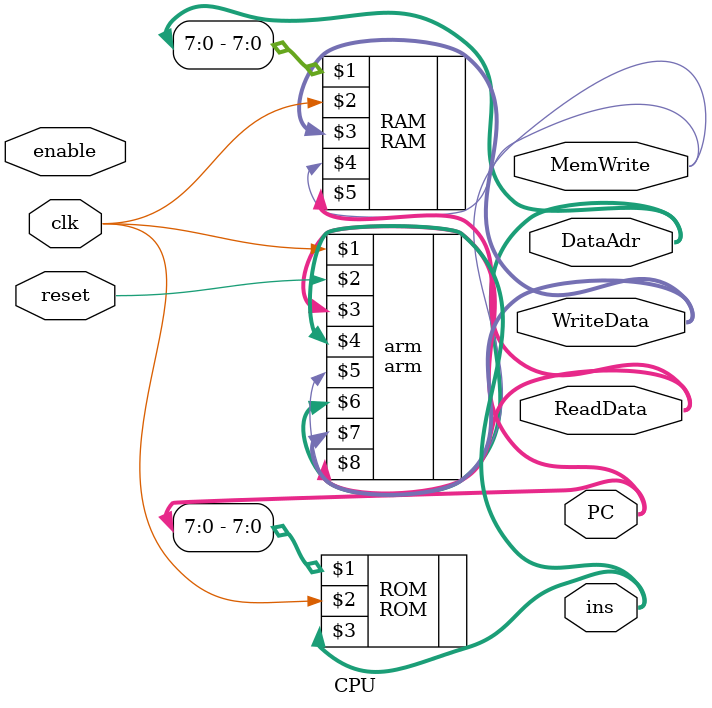
<source format=sv>
module CPU(input logic clk, reset, enable,
			  output logic [31:0] WriteData, DataAdr, ReadData,
			  output logic MemWrite,
			  output logic [31:0] ins, PC
);

	//logic [31:0] Instr, PC;
	
		
	//instantiate processor and memories
	arm arm(clk,reset,PC,ins,MemWrite,DataAdr,
			  WriteData,ReadData);
	ROM ROM(PC[7:0],clk,ins);
	//dmem dmem(clk,MemWrite,DataAdr,WriteData,ReadData);
	RAM RAM(DataAdr[7:0],clk,WriteData,MemWrite,ReadData);
	
	
	
	

endmodule

</source>
